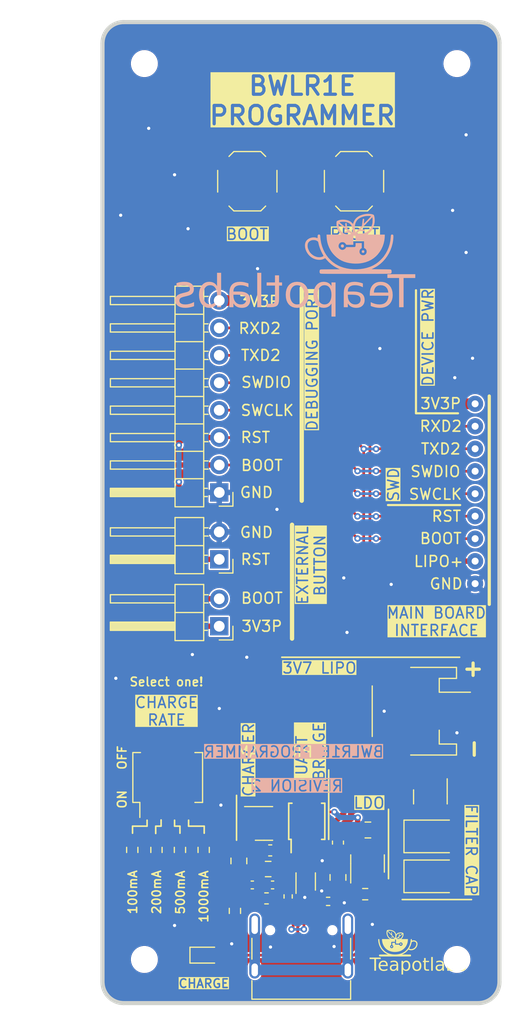
<source format=kicad_pcb>
(kicad_pcb (version 20221018) (generator pcbnew)
  (title_block (title "Teapotlabs BWLR1E Programmer") (date "2023-09-08") (rev "2") (company "Teapot Laboratories"))
  (layers (0 "F.Cu" signal) (31 "B.Cu" signal) (34 "B.Paste" user) (35 "F.Paste" user) (36 "B.SilkS" user "B.Silkscreen") (37 "F.SilkS" user "F.Silkscreen") (38 "B.Mask" user) (39 "F.Mask" user) (44 "Edge.Cuts" user))
  (net 0 "")
  (net 1 "GND")
  (net 2 "/RST")
  (net 3 "/SWDIO")
  (net 4 "/SWCLK")
  (net 5 "/RXD2")
  (net 6 "/TXD2")
  (net 7 "+3V3")
  (net 8 "/BOOT")
  (net 9 "Net-(BT1-+)")
  (net 10 "Net-(C4-Pad1)")
  (net 11 "Net-(C5-Pad1)")
  (net 12 "VBUS")
  (net 13 "+BATT")
  (net 14 "Net-(D1-K)")
  (net 15 "Net-(J1-CC1)")
  (net 16 "/D_IN+")
  (net 17 "/D_IN-")
  (net 19 "Net-(J1-CC2)")
  (net 21 "unconnected-(J1-SHIELD-PadS1)")
  (net 22 "Net-(R1-Pad1)")
  (net 23 "Net-(R2-Pad1)")
  (net 24 "Net-(R4-Pad1)")
  (net 25 "Net-(R3-Pad1)")
  (net 26 "Net-(U1-STAT)")
  (net 27 "Net-(U3-EN)")
  (net 28 "Net-(U1-PROG)")
  (net 29 "/D+")
  (net 30 "/D-")
  (net 35 "/3V3P")
  (footprint "bwlr1e_prog:JST_PH_S2B-PH-SM4-TB_1x02-1MP_P2.00mm_Horizontal" (layer "F.Cu") (at 157.65 117 -90)
    (fp_text reference "BT1")
    (fp_text value "S2B-PH-SM4-TB")
  )
  (footprint "Button_Switch_SMD:SW_SPST_TL3342" (layer "F.Cu") (at 151.45 67.9 180)
    (fp_text reference "SW2")
    (fp_text value "TL3342F160QG")
  )
  (footprint "Package_TO_SOT_SMD:SOT-23" (layer "F.Cu") (at 158.5366 124.9375 -90)
    (fp_text reference "Q1")
    (fp_text value "AO3407A")
  )
  (footprint "Capacitor_SMD:C_0805_2012Metric" (layer "F.Cu") (at 140.7668 130.871 90)
    (fp_text reference "C6")
    (fp_text value "10u")
  )
  (footprint "MountingHole:MountingHole_2.2mm_M2" (layer "F.Cu") (at 161 140)
    (fp_text reference "H4")
    (fp_text value "MountingHole")
  )
  (footprint "Resistor_SMD:R_0402_1005Metric" (layer "F.Cu") (at 149.0472 134.62)
    (fp_text reference "R6")
    (fp_text value "5.1K")
  )
  (footprint "LED_SMD:LED_0603_1608Metric" (layer "F.Cu") (at 137.7125 139.6)
    (fp_text reference "D1")
    (fp_text value "ORANGE")
  )
  (footprint "Resistor_SMD:R_0603_1608Metric" (layer "F.Cu") (at 152.4884 133.9494 180)
    (fp_text reference "R8")
    (fp_text value "10K")
  )
  (footprint "Capacitor_SMD:C_0402_1005Metric" (layer "F.Cu") (at 143.8936 133.096)
    (fp_text reference "C4")
    (fp_text value "10n")
  )
  (footprint "Resistor_SMD:R_0603_1608Metric" (layer "F.Cu") (at 130.875 129.85 -90)
    (fp_text reference "R1")
    (fp_text value "10K")
  )
  (footprint "MountingHole:MountingHole_2.2mm_M2" (layer "F.Cu") (at 132 140)
    (fp_text reference "H1")
    (fp_text value "MountingHole")
  )
  (footprint "Connector_PinHeader_2.54mm:PinHeader_1x08_P2.54mm_Horizontal" (layer "F.Cu") (at 138.9442 96.7318 180)
    (fp_text reference "J2")
    (fp_text value "PinHeader_1x08_P2.54mm_Horizontal")
  )
  (footprint "Inductor_SMD:L_0603_1608Metric" (layer "F.Cu") (at 143.3321 134.3406 180)
    (fp_text reference "FB1")
    (fp_text value "MMZ1608B601CTAH0")
  )
  (footprint "Package_TO_SOT_SMD:SOT-23-5" (layer "F.Cu") (at 143.0981 127.3962)
    (fp_text reference "U1")
    (fp_text value "MCP73831T-2ACI/OT")
  )
  (footprint "Connector_PinHeader_2.54mm:PinHeader_1x02_P2.54mm_Horizontal" (layer "F.Cu") (at 138.9442 102.9294 180)
    (fp_text reference "J3")
    (fp_text value "PinHeader_1x02_P2.54mm_Horizontal")
  )
  (footprint "Capacitor_Tantalum_SMD:CP_EIA-3528-15_AVX-H" (layer "F.Cu") (at 158.5462 128.5974)
    (fp_text reference "C1")
    (fp_text value "330u")
  )
  (footprint "Capacitor_Tantalum_SMD:CP_EIA-3528-15_AVX-H" (layer "F.Cu") (at 158.5462 132.2974)
    (fp_text reference "C2")
    (fp_text value "330u")
  )
  (footprint "MountingHole:MountingHole_2.2mm_M2" (layer "F.Cu") (at 132 57)
    (fp_text reference "H2")
    (fp_text value "MountingHole")
  )
  (footprint "MountingHole:MountingHole_2.2mm_M2" (layer "F.Cu") (at 161 57)
    (fp_text reference "H3")
    (fp_text value "MountingHole")
  )
  (footprint "Button_Switch_SMD:SW_SPST_TL3342" (layer "F.Cu") (at 141.55 67.9 180)
    (fp_text reference "SW3")
    (fp_text value "TL3342F160QG")
  )
  (footprint "Capacitor_SMD:C_0402_1005Metric" (layer "F.Cu") (at 142.014 133.096 180)
    (fp_text reference "C5")
    (fp_text value "100n")
  )
  (footprint "Package_SO:MSOP-10_3x3mm_P0.5mm" (layer "F.Cu") (at 147.066 127.2 90)
    (fp_text reference "U4")
    (fp_text value "CH340E")
  )
  (footprint "Button_Switch_SMD:SW_DIP_SPSTx04_Slide_Omron_A6H-4101_W6.15mm_P1.27mm" (layer "F.Cu") (at 134.1628 123.1408 90)
    (fp_text reference "SW1")
    (fp_text value "A6H-4101")
  )
  (footprint "Fuse:Fuse_0805_2012Metric" (layer "F.Cu") (at 143.4846 131.6228)
    (fp_text reference "F1")
    (fp_text value "0.75A")
  )
  (footprint "bwlr1e_prog:TeapotLogo4mm" (layer "F.Cu") (at 155.5 138.45)
    (fp_text reference "G***")
    (fp_text value "LOGO" hide)
  )
  (footprint "Capacitor_SMD:C_0805_2012Metric" (layer "F.Cu") (at 149.9616 132.4 -90)
    (fp_text reference "C7")
    (fp_text value "10u")
  )
  (footprint "bwlr1e_prog:USB_C_Receptacle_XKB_U262-16XN-4BVC11" (layer "F.Cu") (at 146.556 139.895)
    (fp_text reference "J1")
    (fp_text value "U262-161N-4BVC11")
  )
  (footprint "bwlr1e_prog:EdgeCut_BWLR1E" (layer "F.Cu") (at 149.8 96.032468)
    (fp_text reference "REF**")
    (fp_text value "EdgeCut_BWLR1E")
    (fp_line (start -21.684779 -40.911666) (end -21.684779 -40.911666) (stroke (width 0.380999)) (layer "Edge.Cuts"))
    (fp_line (start -21.684779 -40.911666) (end -21.684779 -40.911666) (stroke (width 0.380999)) (layer "Edge.Cuts"))
    (fp_line (start -21.684779 -40.911666) (end -21.682225 -41.012698) (stroke (width 0.380999)) (layer "Edge.Cuts"))
    (fp_line (start -21.684778 46.046731) (end -21.684779 -40.911666) (stroke (width 0.380999)) (layer "Edge.Cuts"))
    (fp_line (start -21.684778 46.046731) (end -21.684778 46.046731) (stroke (width 0.380999)) (layer "Edge.Cuts"))
    (fp_line (start -21.682225 -41.012698) (end -21.674643 -41.112403) (stroke (width 0.380999)) (layer "Edge.Cuts"))
    (fp_line (start -21.682223 46.147762) (end -21.684778 46.046731) (stroke (width 0.380999)) (layer "Edge.Cuts"))
    (fp_line (start -21.674643 -41.112403) (end -21.662158 -41.210658) (stroke (width 0.380999)) (layer "Edge.Cuts"))
    (fp_line (start -21.674642 46.247467) (end -21.682223 46.147762) (stroke (width 0.380999)) (layer "Edge.Cuts"))
    (fp_line (start -21.662158 -41.210658) (end -21.644892 -41.30734) (stroke (width 0.380999)) (layer "Edge.Cuts"))
    (fp_line (start -21.662156 46.345722) (end -21.674642 46.247467) (stroke (width 0.380999)) (layer "Edge.Cuts"))
    (fp_line (start -21.644892 -41.30734) (end -21.62297 -41.402326) (stroke (width 0.380999)) (layer "Edge.Cuts"))
    (fp_line (start -21.644891 46.442404) (end -21.662156 46.345722) (stroke (width 0.380999)) (layer "Edge.Cuts"))
    (fp_line (start -21.62297 -41.402326) (end -21.596513 -41.495492) (stroke (width 0.380999)) (layer "Edge.Cuts"))
    (fp_line (start -21.622968 46.537389) (end -21.644891 46.442404) (stroke (width 0.380999)) (layer "Edge.Cuts"))
    (fp_line (start -21.596513 -41.495492) (end -21.565647 -41.586715) (stroke (width 0.380999)) (layer "Edge.Cuts"))
    (fp_line (start -21.596512 46.630555) (end -21.622968 46.537389) (stroke (width 0.380999)) (layer "Edge.Cuts"))
    (fp_line (start -21.565647 -41.586715) (end -21.530494 -41.675872) (stroke (width 0.380999)) (layer "Edge.Cuts"))
    (fp_line (start -21.565646 46.721778) (end -21.596512 46.630555) (stroke (width 0.380999)) (layer "Edge.Cuts"))
    (fp_line (start -21.530494 -41.675872) (end -21.491177 -41.762839) (stroke (width 0.380999)) (layer "Edge.Cuts"))
    (fp_line (start -21.530492 46.810934) (end -21.565646 46.721778) (stroke (width 0.380999)) (layer "Edge.Cuts"))
    (fp_line (start -21.491177 -41.762839) (end -21.44782 -41.847493) (stroke (width 0.380999)) (layer "Edge.Cuts"))
    (fp_line (start -21.491175 46.897901) (end -21.530492 46.810934) (stroke (width 0.380999)) (layer "Edge.Cuts"))
    (fp_line (start -21.44782 -41.847493) (end -21.400546 -41.92971) (stroke (width 0.380999)) (layer "Edge.Cuts"))
    (fp_line (start -21.447818 46.982555) (end -21.491175 46.897901) (stroke (width 0.380999)) (layer "Edge.Cuts"))
    (fp_line (start -21.400546 -41.92971) (end -21.349479 -42.009367) (stroke (width 0.380999)) (layer "Edge.Cuts"))
    (fp_line (start -21.400544 47.064772) (end -21.447818 46.982555) (stroke (width 0.380999)) (layer "Edge.Cuts"))
    (fp_line (start -21.349479 -42.009367) (end -21.294741 -42.086341) (stroke (width 0.380999)) (layer "Edge.Cuts"))
    (fp_line (start -21.349477 47.144429) (end -21.400544 47.064772) (stroke (width 0.380999)) (layer "Edge.Cuts"))
    (fp_line (start -21.294741 -42.086341) (end -21.236457 -42.160508) (stroke (width 0.380999)) (layer "Edge.Cuts"))
    (fp_line (start -21.29474 47.221403) (end -21.349477 47.144429) (stroke (width 0.380999)) (layer "Edge.Cuts"))
    (fp_line (start -21.236457 -42.160508) (end -21.17475 -42.231746) (stroke (width 0.380999)) (layer "Edge.Cuts"))
    (fp_line (start -21.236456 47.295571) (end -21.29474 47.221403) (stroke (width 0.380999)) (layer "Edge.Cuts"))
    (fp_line (start -21.17475 -42.231746) (end -21.109742 -42.29993) (stroke (width 0.380999)) (layer "Edge.Cuts"))
    (fp_line (start -21.174748 47.366808) (end -21.236456 47.295571) (stroke (width 0.380999)) (layer "Edge.Cuts"))
    (fp_line (start -21.109742 -42.29993) (end -21.041558 -42.364938) (stroke (width 0.380999)) (layer "Edge.Cuts"))
    (fp_line (start -21.109741 47.434993) (end -21.174748 47.366808) (stroke (width 0.380999)) (layer "Edge.Cuts"))
    (fp_line (start -21.041558 -42.364938) (end -20.97032 -42.426645) (stroke (width 0.380999)) (layer "Edge.Cuts"))
    (fp_line (start -21.041556 47.5) (end -21.109741 47.434993) (stroke (width 0.380999)) (layer "Edge.Cuts"))
    (fp_line (start -20.97032 -42.426645) (end -20.896153 -42.484929) (stroke (width 0.380999)) (layer "Edge.Cuts"))
    (fp_line (start -20.970319 47.561708) (end -21.041556 47.5) (stroke (width 0.380999)) (layer "Edge.Cuts"))
    (fp_line (start -20.896153 -42.484929) (end -20.819179 -42.539667) (stroke (width 0.380999)) (layer "Edge.Cuts"))
    (fp_line (start -20.896152 47.619992) (end -20.970319 47.561708) (stroke (width 0.380999)) (layer "Edge.Cuts"))
    (fp_line (start -20.819179 -42.539667) (end -20.739522 -42.590734) (stroke (width 0.380999)) (layer "Edge.Cuts"))
    (fp_line (start -20.819177 47.67473) (end -20.896152 47.619992) (stroke (width 0.380999)) (layer "Edge.Cuts"))
    (fp_line (start -20.739522 -42.590734) (end -20.657304 -42.638008) (stroke (width 0.380999)) (layer "Edge.Cuts"))
    (fp_line (start -20.73952 47.725797) (end -20.819177 47.67473) (stroke (width 0.380999)) (layer "Edge.Cuts"))
    (fp_line (start -20.657304 -42.638008) (end -20.572651 -42.681365) (stroke (width 0.380999)) (layer "Edge.Cuts"))
    (fp_line (start -20.657303 47.773071) (end -20.73952 47.725797) (stroke (width 0.380999)) (layer "Edge.Cuts"))
    (fp_line (start -20.572651 -42.681365) (end -20.485684 -42.720681) (stroke (width 0.380999)) (layer "Edge.Cuts"))
    (fp_line (start -20.572649 47.816429) (end -20.657303 47.773071) (stroke (width 0.380999)) (layer "Edge.Cuts"))
    (fp_line (start -20.485684 -42.720681) (end -20.396527 -42.755835) (stroke (width 0.380999)) (layer "Edge.Cuts"))
    (fp_line (start -20.485683 47.855746) (end -20.572649 47.816429) (stroke (width 0.380999)) (layer "Edge.Cuts"))
    (fp_line (start -20.396527 -42.755835) (end -20.305304 -42.786701) (stroke (width 0.380999)) (layer "Edge.Cuts"))
    (fp_line (start -20.396526 47.890899) (end -20.485683 47.855746) (stroke (width 0.380999)) (layer "Edge.Cuts"))
    (fp_line (start -20.305304 -42.786701) (end -20.212138 -42.813157) (stroke (width 0.380999)) (layer "Edge.Cuts"))
    (fp_line (start -20.305303 47.921766) (end -20.396526 47.890899) (stroke (width 0.380999)) (layer "Edge.Cuts"))
    (fp_line (start -20.212138 -42.813157) (end -20.117152 -42.83508) (stroke (width 0.380999)) (layer "Edge.Cuts"))
    (fp_line (start -20.212137 47.948222) (end -20.305303 47.921766) (stroke (width 0.380999)) (layer "Edge.Cuts"))
    (fp_line (start -20.117152 -42.83508) (end -20.02047 -42.852346) (stroke (width 0.380999)) (layer "Edge.Cuts"))
    (fp_line (start -20.117151 47.970145) (end -20.212137 47.948222) (stroke (width 0.380999)) (layer "Edge.Cuts"))
    (fp_line (start -20.02047 -42.852346) (end -19.922215 -42.864831) (stroke (width 0.380999)) (layer "Edge.Cuts"))
    (fp_line (start -20.020469 47.98741) (end -20.117151 47.970145) (stroke (width 0.380999)) (layer "Edge.Cuts"))
    (fp_line (start -19.922215 -42.864831) (end -19.82251 -42.872413) (stroke (width 0.380999)) (layer "Edge.Cuts"))
    (fp_line (start -19.922213 47.999896) (end -20.020469 47.98741) (stroke (width 0.380999)) (layer "Edge.Cuts"))
    (fp_line (start -19.82251 -42.872413) (end -19.721479 -42.874967) (stroke (width 0.380999)) (layer "Edge.Cuts"))
    (fp_line (start -19.822509 48.007478) (end -19.922213 47.999896) (stroke (width 0.380999)) (layer "Edge.Cuts"))
    (fp_line (start -19.721479 -42.874967) (end -19.721479 -42.874967) (stroke (width 0.380999)) (layer "Edge.Cuts"))
    (fp_line (start -19.721479 -42.874967) (end 13.179921 -42.874967) (stroke (width 0.380999)) (layer "Edge.Cuts"))
    (fp_line (start -19.721477 48.010032) (end -19.822509 48.007478) (stroke (width 0.380999)) (layer "Edge.Cuts"))
    (fp_line (start -19.721477 48.010032) (end -19.721477 48.010032) (stroke (width 0.380999)) (layer "Edge.Cuts"))
    (fp_line (start 13.179921 -42.874967) (end 13.179921 -42.874967) (stroke (width 0.380999)) (layer "Edge.Cuts"))
    (fp_line (start 13.179921 -42.874967) (end 13.277275 -42.872554) (stroke (width 0.380999)) (layer "Edge.Cuts"))
    (fp_line (start 13.179921 48.010032) (end -19.721477 48.010032) (stroke (width 0.380999)) (layer "Edge.Cuts"))
    (fp_line (start 13.179921 48.010032) (end 13.179921 48.010032) (stroke (width 0.380999)) (layer "Edge.Cuts"))
    (fp_line (start 13.277275 -42.872554) (end 13.373969 -42.86536) (stroke (width 0.380999)) (layer "Edge.Cuts"))
    (fp_line (start 13.280952 48.007478) (end 13.179921 48.010032) (stroke (width 0.380999)) (layer "Edge.Cuts"))
    (fp_line (start 13.373969 -42.86536) (end 13.469841 -42.853451) (stroke (width 0.380999)) (layer "Edge.Cuts"))
    (fp_line (start 13.380657 47.999896) (end 13.280952 48.007478) (stroke (width 0.380999)) (layer "Edge.Cuts"))
    (fp_line (start 13.469841 -42.853451) (end 13.564731 -42.836894) (stroke (width 0.380999)) (layer "Edge.Cuts"))
    (fp_line (start 13.478912 47.98741) (end 13.380657 47.999896) (stroke (width 0.380999)) (layer "Edge.Cuts"))
    (fp_line (start 13.564731 -42.836894) (end 13.658477 -42.815756) (stroke (width 0.380999)) (layer "Edge.Cuts"))
    (fp_line (start 13.575594 47.970145) (end 13.478912 47.98741) (stroke (width 0.380999)) (layer "Edge.Cuts"))
    (fp_line (start 13.658477 -42.815756) (end 13.750918 -42.790103) (stroke (width 0.380999)) (layer "Edge.Cuts"))
    (fp_line (start 13.67058 47.948222) (end 13.575594 47.970145) (stroke (width 0.380999)) (layer "Edge.Cuts"))
    (fp_line (start 13.750918 -42.790103) (end 13.841895 -42.760002) (stroke (width 0.380999)) (layer "Edge.Cuts"))
    (fp_line (start 13.763746 47.921766) (end 13.67058 47.948222) (stroke (width 0.380999)) (layer "Edge.Cuts"))
    (fp_line (start 13.841895 -42.760002) (end 13.931245 -42.72552) (stroke (width 0.380999)) (layer "Edge.Cuts"))
    (fp_line (start 13.85497 47.890899) (end 13.763746 47.921766) (stroke (width 0.380999)) (layer "Edge.Cuts"))
    (fp_line (start 13.931245 -42.72552) (end 14.018807 -42.686723) (stroke (width 0.380999)) (layer "Edge.Cuts"))
    (fp_line (start 13.944126 47.855746) (end 13.85497 47.890899) (stroke (width 0.380999)) (layer "Edge.Cuts"))
    (fp_line (start 14.018807 -42.686723) (end 14.104422 -42.643678) (stroke (width 0.380999)) (layer "Edge.Cuts"))
    (fp_line (start 14.031093 47.816429) (end 13.944126 47.855746) (stroke (width 0.380999)) (layer "Edge.Cuts"))
    (fp_line (start 14.104422 -42.643678) (end 14.187927 -42.596451) (stroke (width 0.380999)) (layer "Edge.Cuts"))
    (fp_line (start 14.115747 47.773071) (end 14.031093 47.816429) (stroke (width 0.380999)) (layer "Edge.Cuts"))
    (fp_line (start 14.187927 -42.596451) (end 14.269163 -42.54511) (stroke (width 0.380999)) (layer "Edge.Cuts"))
    (fp_line (start 14.197964 47.725797) (end 14.115747 47.773071) (stroke (width 0.380999)) (layer "Edge.Cuts"))
    (fp_line (start 14.269163 -42.54511) (end 14.347967 -42.48972) (stroke (width 0.380999)) (layer "Edge.Cuts"))
    (fp_line (start 14.277621 47.67473) (end 14.197964 47.725797) (stroke (width 0.380999)) (layer "Edge.Cuts"))
    (fp_line (start 14.347967 -42.48972) (end 14.42418 -42.430349) (stroke (width 0.380999)) (layer "Edge.Cuts"))
    (fp_line (start 14.354595 47.619992) (end 14.277621 47.67473) (stroke (width 0.380999)) (layer "Edge.Cuts"))
    (fp_line (start 14.42418 -42.430349) (end 14.49764 -42.367064) (stroke (width 0.380999)) (layer "Edge.Cuts"))
    (fp_line (start 14.428762 47.561708) (end 14.354595 47.619992) (stroke (width 0.380999)) (layer "Edge.Cuts"))
    (fp_line (start 14.49764 -42.367064) (end 14.568186 -42.29993) (stroke (width 0.380999)) (layer "Edge.Cuts"))
    (fp_line (start 14.5 47.5) (end 14.428762 47.561708) (stroke (width 0.380999)) (layer "Edge.Cuts"))
    (fp_line (start 14.568184 47.434993) (end 14.5 47.5) (stroke (width 0.380999)) (layer "Edge.Cuts"))
    (fp_line (start 14.568186 -42.29993) (end 14.568186 -42.29993) (stroke (width 0.380999)) (layer "Edge.Cuts"))
    (fp_line (start 14.568186 -42.29993) (end 14.635319 -42.229384) (stroke (width 0.380999)) (layer "Edge.Cuts"))
    (fp_line (start 14.633192 47.366808) (end 14.568184 47.434993) (stroke (width 0.380999)) (layer "Edge.Cuts"))
    (fp_line (start 14.635319 -42.229384) (end 14.698604 -42.155924) (stroke (width 0.380999)) (layer "Edge.Cuts"))
    (fp_line (start 14.694899 47.295571) (end 14.633192 47.366808) (stroke (width 0.380999)) (layer "Edge.Cuts"))
    (fp_line (start 14.698604 -42.155924) (end 14.757974 -42.079711) (stroke (width 0.380999)) (layer "Edge.Cuts"))
    (fp_line (start 14.753183 47.221403) (end 14.694899 47.295571) (stroke (width 0.380999)) (layer "Edge.Cuts"))
    (fp_line (start 14.757974 -42.079711) (end 14.813363 -42.000907) (stroke (width 0.380999)) (layer "Edge.Cuts"))
    (fp_line (start 14.807921 47.144429) (end 14.753183 47.221403) (stroke (width 0.380999)) (layer "Edge.Cuts"))
    (fp_line (start 14.813363 -42.000907) (end 14.864705 -41.919671) (stroke (width 0.380999)) (layer "Edge.Cuts"))
    (fp_line (start 14.858988 47.064772) (end 14.807921 47.144429) (stroke (width 0.380999)) (layer "Edge.Cuts"))
    (fp_line (start 14.864705 -41.919671) (end 14.911931 -41.836166) (stroke (width 0.380999)) (layer "Edge.Cuts"))
    (fp_line (start 14.906262 46.982555) (end 14.858988 47.064772) (stroke (width 0.380999)) (layer "Edge.Cuts"))
    (fp_line (start 14.911931 -41.836166) (end 14.954976 -41.750552) (stroke (width 0.380999)) (layer "Edge.Cuts"))
    (fp_line (start 14.949619 46.897901) (end 14.906262 46.982555) (stroke (width 0.380999)) (layer "Edge.Cuts"))
    (fp_line (start 14.954976 -41.750552) (end 14.993773 -41.662989) (stroke (width 0.380999)) (layer "Edge.Cuts"))
    (fp_line (start 14.988936 46.810934) (end 14.949619 46.897901) (stroke (width 0.380999)) (layer "Edge.Cuts"))
    (fp_line (start 14.993773 -41.662989) (end 15.028256 -41.573639) (stroke (width 0.380999)) (layer "Edge.Cuts"))
    (fp_line (start 15.024089 46.721778) (end 14.988936 46.810934) (stroke (width 0.380999)) (layer "Edge.Cuts"))
    (fp_line (start 15.028256 -41.573639) (end 15.058357 -41.482663) (stroke (width 0.380999)) (layer "Edge.Cuts"))
    (fp_line (start 15.054955 46.630555) (end 15.024089 46.721778) (stroke (width 0.380999)) (layer "Edge.Cuts"))
    (fp_line (start 15.058357 -41.482663) (end 15.08401 -41.390222) (stroke (width 0.380999)) (layer "Edge.Cuts"))
    (fp_line (start 15.081412 46.537389) (end 15.054955 46.630555) (stroke (width 0.380999)) (layer "Edge.Cuts"))
    (fp_line (start 15.08401 -41.390222) (end 15.105148 -41.296476) (stroke (width 0.380999)) (layer "Edge.Cuts"))
    (fp_line (start 15.103334 46.442404) (end 15.081412 46.537389) (stroke (width 0.380999)) (layer "Edge.Cuts"))
    (fp_line (start 15.105148 -41.296476) (end 15.121705 -41.201587) (stroke (width 0.380999)) (layer "Edge.Cuts"))
    (fp_line (start 15.1206 46.345722) (end 15.103334 46.442404) (stroke (width 0.380999)) (layer "Edge.Cuts"))
    (fp_line (start 15.121705 -41.201587) (end 15.133614 -41.105715) (stroke (width 0.380999)) (layer "Edge.Cuts"))
    (fp_line (start 15.133085 46.247467) (end 15.1206 46.345722) (stroke (width 0.380999)) (layer "Edge.Cuts"))
    (fp_line (start 15.133614 -41.105715) (end 15.140809 -41.009021) (stroke (width 0.380999)) (layer "Edge.Cuts"))
    (fp_line (start 15.140667 46.147762) (end 15.133085 46.247467) (stroke (width 0.380999)) (layer "Edge.Cuts"))
    (fp_line (start 15.140809 -41.009021) (end 15.143222 -40.911666) (stroke (width 0.380999)) (layer "Edge.Cuts"))
    (fp_line (start 15.143222 -40.911666) (end 15.143222 -40.911666) (stroke (width 0.380999)) (layer "Edge.Cuts"))
    (fp_line (start 15.143222 -40.911666) (end 15.143222 46.046731) (stroke (width 0.380999)) (layer "Edge.Cuts"))
    (fp_line (start 15.143222 46.046731) (end 15.140667 46.147762) (stroke (width 0.380999)) (layer "Edge.Cuts"))
    (fp_line (start 15.143222 46.046731) (end 15.143222 46.046731) (stroke (width 0.380999)) (layer "Edge.Cuts"))
  )
  (footprint "Resistor_SMD:R_0402_1005Metric" (layer "F.Cu") (at 145.3388 134.1608 90)
    (fp_text reference "R5")
    (fp_text value "5.1K")
  )
  (footprint "Capacitor_SMD:C_0603_1608Metric" (layer "F.Cu") (at 149.9616 129.1714 -90)
    (fp_text reference "C9")
    (fp_text value "100n")
  )
  (footprint "Resistor_SMD:R_0603_1608Metric" (layer "F.Cu") (at 133.1194 129.85 -90)
    (fp_text reference "R2")
    (fp_text value "5.1K")
  )
  (footprint "Capacitor_SMD:C_0805_2012Metric" (layer "F.Cu") (at 152.7404 128.0058 180)
    (fp_text reference "C8")
    (fp_text value "10u")
  )
  (footprint "Connector_PinHeader_2.54mm:PinHeader_1x02_P2.54mm_Horizontal" (layer "F.Cu") (at 138.9442 109.127 180)
    (fp_text reference "J4")
    (fp_text value "PinHeader_1x02_P2.54mm_Horizontal")
  )
  (footprint "Resistor_SMD:R_0603_1608Metric" (layer "F.Cu") (at 135.3 129.85 -90)
    (fp_text reference "R3")
    (fp_text value "2K")
  )
  (footprint "Package_TO_SOT_SMD:SOT-23-5" (layer "F.Cu") (at 152.7048 131.1101 90)
    (fp_text reference "U3")
    (fp_text value "XC6220B331MR-G")
  )
  (footprint "Resistor_SMD:R_0603_1608Metric" (layer "F.Cu") (at 140.4 135.5 -90)
    (fp_text reference "R7")
    (fp_text value "1K")
  )
  (footprint "Resistor_SMD:R_0603_1608Metric" (layer "F.Cu") (at 137.5 129.85 -90)
    (fp_text reference "R4")
    (fp_text value "1K")
  )
  (footprint "Package_TO_SOT_SMD:SOT-666" (layer "F.Cu") (at 146.9685 132.7776 90)
    (fp_text reference "U2")
    (fp_text value "USBLC6-2P6")
  )
  (footprint "Capacitor_SMD:C_0603_1608Metric" (layer "F.Cu") (at 143.6748 129.8956 180)
    (fp_text reference "C3")
    (fp_text value "10u")
  )
  (footprint "bwlr1e_prog:90055-AS" (layer "B.Cu") (at 162.687 105.1814 -90)
    (fp_text reference "TP9")
    (fp_text value "90055-AS")
  )
  (footprint "bwlr1e_prog:90055-AS" (layer "B.Cu") (at 162.687 90.6018 -90)
    (fp_text reference "TP4")
    (fp_text value "90055-AS")
  )
  (footprint "bwlr1e_prog:90055-AS" (layer "B.Cu") (at 162.687 88.519 180)
    (fp_text reference "TP1")
    (fp_text value "90055-AS")
  )
  (footprint "bwlr1e_prog:TeapotLogo" (layer "B.Cu") (at 151.472433 73.631975 180)
    (fp_text reference "G***")
    (fp_text value "LOGO" hide)
  )
  (footprint "bwlr1e_prog:90055-AS" (layer "B.Cu") (at 162.687 98.933 -90)
    (fp_text reference "TP6")
    (fp_text value "90055-AS")
  )
  (footprint "bwlr1e_prog:90055-AS" (layer "B.Cu") (at 162.687 92.6846 -90)
    (fp_text reference "TP3")
    (fp_text value "90055-AS")
  )
  (footprint "bwlr1e_prog:90055-AS" (layer "B.Cu") (at 162.687 103.0986 -90)
    (fp_text reference "TP2")
    (fp_text value "90055-AS")
  )
  (footprint "bwlr1e_prog:90055-AS" (layer "B.Cu") (at 162.687 96.8502 -90)
    (fp_text reference "TP7")
    (fp_text value "90055-AS")
  )
  (footprint "bwlr1e_prog:90055-AS" (layer "B.Cu") (at 162.687 101.0158 90)
    (fp_text reference "TP5")
    (fp_text value "90055-AS")
  )
  (footprint "bwlr1e_prog:90055-AS" (layer "B.Cu") (at 162.687 94.7674 -90)
    (fp_text reference "TP8")
    (fp_text value "90055-AS")
  )
  (gr_line (start 135.3 127.65) (end 135.3 128.3) (stroke (width 0.15)) (layer "F.SilkS"))
  (gr_line (start 130.9 127.65) (end 130.9 128.3) (stroke (width 0.15)) (layer "F.SilkS"))
  (gr_line (start 132.25 127.65) (end 130.9 127.65) (stroke (width 0.15)) (layer "F.SilkS"))
  (gr_line (start 132.25 127.1) (end 132.25 127.65) (stroke (width 0.15)) (layer "F.SilkS"))
  (gr_line (start 154.65 126.0875) (end 154.65 132.5125) (stroke (width 0.15)) (layer "F.SilkS"))
  (gr_line (start 149.1 122.4484) (end 149.1 128.8734) (stroke (width 0.15)) (layer "F.SilkS"))
  (gr_line (start 133.55 127.075) (end 133.55 127.625) (stroke (width 0.15)) (layer "F.SilkS"))
  (gr_line (start 133.55 127.65) (end 133.05 127.65) (stroke (width 0.15)) (layer "F.SilkS"))
  (gr_line (start 164 107.1) (end 164 87.8) (stroke (width 0.3)) (layer "F.SilkS"))
  (gr_line (start 136.1 127.65) (end 137.55 127.65) (stroke (width 0.15)) (layer "F.SilkS"))
  (gr_line (start 155.925 134.45) (end 162.35 134.45) (stroke (width 0.15)) (layer "F.SilkS"))
  (gr_line (start 136.1 127.1) (end 136.1 127.65) (stroke (width 0.15)) (layer "F.SilkS"))
  (gr_line (start 154.6 97.9) (end 161.3 97.9) (stroke (width 0.2)) (layer "F.SilkS"))
  (gr_line (start 133.05 127.675) (end 133.05 128.325) (stroke (width 0.15)) (layer "F.SilkS"))
  (gr_line (start 157.2 89.4) (end 161.1 89.4) (stroke (width 0.2)) (layer "F.SilkS"))
  (gr_line (start 134.8 127.65) (end 135.3 127.65) (stroke (width 0.15)) (layer "F.SilkS"))
  (gr_line (start 137.55 127.65) (end 137.55 128.3) (stroke (width 0.15)) (layer "F.SilkS"))
  (gr_line (start 134.8 127.1) (end 134.8 127.65) (stroke (width 0.15)) (layer "F.SilkS"))
  (gr_line (start 145.7 110.275) (end 145.7 99.725) (stroke (width 0.4)) (layer "F.SilkS"))
  (gr_line (start 140.55 124.8) (end 140.55 128.95) (stroke (width 0.15)) (layer "F.SilkS"))
  (gr_line (start 144.75 112) (end 161.25 112) (stroke (width 0.15)) (layer "F.SilkS"))
  (gr_line (start 157.2 89.4) (end 157.2 78) (stroke (width 0.2)) (layer "F.SilkS"))
  (gr_line (start 146.6 97.5) (end 146.6 77.8) (stroke (width 0.4)) (layer "F.SilkS"))
  (gr_text "Teapotlabs" (at 157.122433 80.081975) (layer "B.SilkS") (effects (font (size 3 3)) (justify left bottom mirror)))
  (gr_text "REVISION 2" (at 150.5 124.5) (layer "B.SilkS" knockout) (effects (font (size 1 1)) (justify left bottom mirror)))
  (gr_text "BWLR1E PROGRAMMER" (at 154.3 121.35) (layer "B.SilkS" knockout) (effects (font (size 1 1)) (justify left bottom mirror)))
  (gr_text "3V3P" (at 142.7 79.03) (layer "F.SilkS") (effects (font (size 1 1))))
  (gr_text "UART \nBRIDGE" (at 148.8 120.7234 90) (layer "F.SilkS" knockout) (effects (font (size 1 1)) (justify bottom)))
  (gr_text "100mA" (at 131.383 135.8814 90) (layer "F.SilkS") (effects (font (size 0.8 0.8)) (justify left bottom)))
  (gr_text "Teapotlabs" (at 152.9 141.25) (layer "F.SilkS") (effects (font (size 1.2 1.2)) (justify left bottom)))
  (gr_text "RXD2" (at 159.5 90.6) (layer "F.SilkS") (effects (font (size 1 1))))
  (gr_text "SWCLK" (at 159 96.9) (layer "F.SilkS") (effects (font (size 1 1))))
  (gr_text "EXTERNAL\nBUTTON" (at 148.875 103.5 90) (layer "F.SilkS" knockout) (effects (font (size 1 1)) (justify bottom)))
  (gr_text "OFF" (at 130.4 122.5 90) (layer "F.SilkS") (effects (font (size 0.8 0.8)) (justify left bottom)))
  (gr_text "TXD2" (at 142.8 84.03) (layer "F.SilkS") (effects (font (size 1 1))))
  (gr_text "RESET" (at 149.15 73.4) (layer "F.SilkS" knockout) (effects (font (size 1 1)) (justify left bottom)))
  (gr_text "SWCLK" (at 143.4 89.13) (layer "F.SilkS") (effects (font (size 1 1))))
  (gr_text "RST" (at 160.02 98.933) (layer "F.SilkS") (effects (font (size 1 1))))
  (gr_text "1000mA" (at 137.9826 136.6688 90) (layer "F.SilkS") (effects (font (size 0.8 0.8)) (justify left bottom)))
  (gr_text "RST" (at 142.3 91.63) (layer "F.SilkS") (effects (font (size 1 1))))
  (gr_text "200mA" (at 133.602 135.8814 90) (layer "F.SilkS") (effects (font (size 0.8 0.8)) (justify left bottom)))
  (gr_text "GND" (at 142.4 96.73) (layer "F.SilkS") (effects (font (size 1 1))))
  (gr_text "GND" (at 160 105.2) (layer "F.SilkS") (effects (font (size 1 1))))
  (gr_text "CHARGE" (at 137.5125 142.7) (layer "F.SilkS" knockout) (effects (font (size 0.8 0.8)) (justify bottom)))
  (gr_text "Select one!" (at 134.05 114.75) (layer "F.SilkS") (effects (font (size 0.8 0.8)) (justify bottom)))
  (gr_text "500mA" (at 135.808 135.9068 90) (layer "F.SilkS") (effects (font (size 0.8 0.8)) (justify left bottom)))
  (gr_text "BWLR1E\nPROGRAMMER" (at 146.65 62.8) (layer "F.SilkS" knockout) (effects (font (size 1.7 1.7) (thickness 0.3) bold) (justify bottom)))
  (gr_text "CHARGE\nRATE" (at 134.05 118.4) (layer "F.SilkS" knockout) (effects (font (size 1 1)) (justify bottom)))
  (gr_text "TXD2" (at 159.5 92.7) (layer "F.SilkS") (effects (font (size 1 1))))
  (gr_text "RST" (at 142.3 102.93) (layer "F.SilkS") (effects (font (size 1 1))))
  (gr_text "LIPO+" (at 159.3 103.124) (layer "F.SilkS") (effects (font (size 1 1))))
  (gr_text "SWDIO" (at 159 94.8) (layer "F.SilkS") (effects (font (size 1 1))))
  (gr_text "GND" (at 142.4 100.43) (layer "F.SilkS") (effects (font (size 1 1))))
  (gr_text "3V3P" (at 142.9 109.13) (layer "F.SilkS") (effects (font (size 1 1))))
  (gr_text "3V3P" (at 159.5 88.5) (layer "F.SilkS") (effects (font (size 1 1))))
  (gr_text "FILTER CAP" (at 161.75 129.85 -90) (layer "F.SilkS" knockout) (effects (font (size 1 1)) (justify bottom)))
  (gr_text "BOOT" (at 139.5 73.4) (layer "F.SilkS" knockout) (effects (font (size 1 1)) (justify left bottom)))
  (gr_text "DEVICE PWR" (at 158.9 87 90) (layer "F.SilkS" knockout) (effects (font (size 1 1)) (justify left bottom)))
  (gr_text "-" (at 162.5 120.5 90) (layer "F.SilkS") (effects (font (size 1.5 1.5) (thickness 0.3))))
  (gr_text "MAIN BOARD\nINTERFACE" (at 159.1 110.1) (layer "F.SilkS" knockout) (effects (font (size 1 1)) (justify bottom)))
  (gr_text "LDO" (at 152.85 126.1) (layer "F.SilkS" knockout) (effects (font (size 1 1)) (justify bottom)))
  (gr_text "BOOT" (at 142.9 106.53) (layer "F.SilkS") (effects (font (size 1 1))))
  (gr_text "BOOT" (at 159.5 101) (layer "F.SilkS") (effects (font (size 1 1))))
  (gr_text "RXD2" (at 142.7 81.53) (layer "F.SilkS") (effects (font (size 1 1))))
  (gr_text "CHARGER" (at 142.25 121.5 90) (layer "F.SilkS" knockout) (effects (font (size 1 1)) (justify bottom)))
  (gr_text "SWD" (at 155.7 96 90) (layer "F.SilkS" knockout) (effects (font (size 1 1)) (justify bottom)))
  (gr_text "+" (at 162.5 113) (layer "F.SilkS") (effects (font (size 1.5 1.5) (thickness 0.3))))
  (gr_text "ON" (at 130.4 126.1 90) (layer "F.SilkS") (effects (font (size 0.8 0.8)) (justify left bottom)))
  (gr_text "SWDIO" (at 143.3 86.53) (layer "F.SilkS") (effects (font (size 1 1))))
  (gr_text "BOOT" (at 142.9 94.23) (layer "F.SilkS") (effects (font (size 1 1))))
  (gr_text "3V7 LIPO" (at 148.25 113) (layer "F.SilkS" knockout) (effects (font (size 1 1))))
  (gr_text "DEBUGGING PORT" (at 148.15 84.5 90) (layer "F.SilkS" knockout) (effects (font (size 1 1)) (justify bottom)))
  (segment (start 146.9685 133.7026) (end 146.9685 134.162) (width 0.25) (layer "F.Cu") (net 1))
  (segment (start 146.9685 134.162) (end 146.8805 134.25) (width 0.25) (layer "F.Cu") (net 1))
  (via (at 148.5 130.85) (size 0.6) (drill 0.3) (layers "F.Cu" "B.Cu") (net 1))
  (via (at 143.7 138.85) (size 0.6) (drill 0.3) (layers "F.Cu" "B.Cu") (net 1))
  (via (at 160.6 70.6) (size 0.6) (drill 0.3) (layers "F.Cu" "B.Cu") (net 1))
  (via (at 140.1 138.55) (size 0.6) (drill 0.3) (layers "F.Cu" "B.Cu") (net 1))
  (via (at 150.55 134.75) (size 0.6) (drill 0.3) (layers "F.Cu" "B.Cu") (net 1))
  (via (at 149.6 138.8) (size 0.6) (drill 0.3) (layers "F.Cu" "B.Cu") (net 1))
  (via (at 162.45 84.3) (size 0.6) (drill 0.3) (layers "F.Cu" "B.Cu") (net 1))
  (via (at 161.85 63.6) (size 0.6) (drill 0.3) (layers "F.Cu" "B.Cu") (net 1))
  (via (at 134.8 136.85) (size 0.6) (drill 0.3) (layers "F.Cu" "B.Cu") (net 1))
  (via (at 129.35 113.95) (size 0.6) (drill 0.3) (layers "F.Cu" "B.Cu") (net 1))
  (via (at 161 119) (size 0.6) (drill 0.3) (layers "F.Cu" "B.Cu") (net 1))
  (via (at 134.8 67.3) (size 0.6) (drill 0.3) (layers "F.Cu" "B.Cu") (net 1))
  (via (at 154.25 117) (size 0.6) (drill 0.3) (layers "F.Cu" "B.Cu") (net 1))
  (via (at 153.85 83.4) (size 0.6) (drill 0.3) (layers "F.Cu" "B.Cu") (net 1))
  (via (at 144.3 98.3) (size 0.6) (drill 0.3) (layers "F.Cu" "B.Cu") (net 1))
  (via (at 150.5 104.65) (size 0.6) (drill 0.3) (layers "F.Cu" "B.Cu") (net 1))
  (via (at 160.8 86.1) (size 0.6) (drill 0.3) (layers "F.Cu" "B.Cu") (net 1))
  (via (at 161.85 74.5) (size 0.6) (drill 0.3) (layers "F.Cu" "B.Cu") (net 1))
  (via (at 154.9 105.25) (size 0.6) (drill 0.3) (layers "F.Cu" "B.Cu") (net 1))
  (via (at 138.95 116.75) (size 0.6) (drill 0.3) (layers "F.Cu" "B.Cu") (net 1))
  (via (at 148.45 133.65) (size 0.6) (drill 0.3) (layers "F.Cu" "B.Cu") (net 1))
  (via (at 142.5 76) (size 0.6) (drill 0.3) (layers "F.Cu" "B.Cu") (net 1))
  (via (at 136.45 111.75) (size 0.6) (drill 0.3) (layers "F.Cu" "B.Cu") (net 1))
  (via (at 129.8 71.05) (size 0.6) (drill 0.3) (layers "F.Cu" "B.Cu") (net 1))
  (via (at 139.1 125.7) (size 0.6) (drill 0.3) (layers "F.Cu" "B.Cu") (net 1))
  (via (at 146.8805 134.25) (size 0.6) (drill 0.3) (layers "F.Cu" "B.Cu") (net 1))
  (via (at 153.15 136.75) (size 0.6) (drill 0.3) (layers "F.Cu" "B.Cu") (net 1))
  (via (at 132.4 63) (size 0.6) (drill 0.3) (layers "F.Cu" "B.Cu") (net 1))
  (via (at 136.05 72.3) (size 0.6) (drill 0.3) (layers "F.Cu" "B.Cu") (net 1))
  (via (at 150.8 109.7) (size 0.6) (drill 0.3) (layers "F.Cu" "B.Cu") (net 1))
  (via (at 141.5 112) (size 0.6) (drill 0.3) (layers "F.Cu" "B.Cu") (net 1))
  (segment (start 135.2 90.25) (end 135.2 91.15) (width 0.5) (layer "F.Cu") (net 2))
  (segment (start 136 91.65) (end 135.2 91.65) (width 0.5) (layer "F.Cu") (net 2))
  (segment (start 146.55 67.75) (end 146.55 71.65) (width 0.5) (layer "F.Cu") (net 2))
  (segment (start 136.6 91.65) (end 136 91.65) (width 0.5) (layer "F.Cu") (net 2))
  (segment (start 135.7 91.65) (end 136 91.65) (width 0.5) (layer "F.Cu") (net 2))
  (segment (start 135.2 92.15) (end 135.7 91.65) (width 0.5) (layer "F.Cu") (net 2))
  (segment (start 135.2 91.65) (end 135.2 92.35) (width 0.5) (layer "F.Cu") (net 2))
  (segment (start 162.687 98.933) (end 153.5165 98.933) (width 0.25) (layer "F.Cu") (net 2))
  (segment (start 146.55 71.65) (end 144.7 73.5) (width 0.5) (layer "F.Cu") (net 2))
  (segment (start 135.2 91.15) (end 135.7 91.65) (width 0.5) (layer "F.Cu") (net 2))
  (segment (start 135.2 101.6) (end 136.55 102.95) (width 0.5) (layer "F.Cu") (net 2))
  (segment (start 136.5706 102.9294) (end 138.9442 102.9294) (width 0.5) (layer "F.Cu") (net 2))
  (segment (start 148.3 66) (end 154.6 66) (width 0.5) (layer "F.Cu") (net 2))
  (segment (start 148.3 66) (end 146.55 67.75) (width 0.5) (layer "F.Cu") (net 2))
  (segment (start 138.9442 91.6518) (end 144.4778 91.6518) (width 0.25) (layer "F.Cu") (net 2))
  (segment (start 135.2 75.1) (end 135.2 90.25) (width 0.5) (layer "F.Cu") (net 2))
  (segment (start 144.7 73.5) (end 136.8 73.5) (width 0.5) (layer "F.Cu") (net 2))
  (segment (start 136.55 102.95) (end 136.5706 102.9294) (width 0.5) (layer "F.Cu") (net 2))
  (segment (start 144.4778 91.6518) (end 151.776 98.95) (width 0.25) (layer "F.Cu") (net 2))
  (segment (start 135.2 91.15) (end 135.2 91.65) (width 0.5) (layer "F.Cu") (net 2))
  (segment (start 136.6018 91.6518) (end 138.9442 91.6518) (width 0.5) (layer "F.Cu") (net 2))
  (segment (start 136.8 73.5) (end 135.2 75.1) (width 0.5) (layer "F.Cu") (net 2))
  (segment (start 135.2 95.75) (end 135.2 101.6) (width 0.5) (layer "F.Cu") (net 2))
  (segment (start 136.6018 91.6518) (end 136.6 91.65) (width 0.5) (layer "F.Cu") (net 2))
  (segment (start 153.5165 98.933) (end 153.4995 98.95) (width 0.25) (layer "F.Cu") (net 2))
  (segment (start 135.2 92.35) (end 135.2 92.15) (width 0.5) (layer "F.Cu") (net 2))
  (via (at 151.776 98.95) (size 0.6) (drill 0.3) (layers "F.Cu" "B.Cu") (net 2))
  (via (at 135.2 95.75) (size 0.6) (drill 0.3) (layers "F.Cu" "B.Cu") (net 2))
  (via (at 153.4995 98.95) (size 0.6) (drill 0.3) (layers "F.Cu" "B.Cu") (net 2))
  (via (at 135.2 92.35) (size 0.6) (drill 0.3) (layers "F.Cu" "B.Cu") (net 2))
  (segment (start 151.776 98.95) (end 153.4995 98.95) (width 0.25) (layer "B.Cu") (net 2))
  (segment (start 135.2 95.75) (end 135.2 92.35) (width 0.5) (layer "B.Cu") (net 2))
  (segment (start 162.687 94.7674) (end 153.5174 94.7674) (width 0.25) (layer "F.Cu") (net 3))
  (segment (start 143.5978 86.5718) (end 151.776 94.75) (width 0.25) (layer "F.Cu") (net 3))
  (segment (start 138.9442 86.5718) (end 143.5978 86.5718) (width 0.25) (layer "F.Cu") (net 3))
  (segment (start 153.5174 94.7674) (end 153.5 94.75) (width 0.25) (layer "F.Cu") (net 3))
  (via (at 153.5 94.75) (size 0.6) (drill 0.3) (layers "F.Cu" "B.Cu") (net 3))
  (via (at 151.776 94.75) (size 0.6) (drill 0.3) (layers "F.Cu" "B.Cu") (net 3))
  (segment (start 151.776 94.75) (end 153.5 94.75) (width 0.25) (layer "B.Cu") (net 3))
  (segment (start 144.0378 89.1118) (end 151.776 96.85) (width 0.25) (layer "F.Cu") (net 4))
  (segment (start 162.687 96.8502) (end 153.5002 96.8502) (width 0.25) (layer "F.Cu") (net 4))
  (segment (start 138.9442 89.1118) (end 144.0378 89.1118) (width 0.25) (layer "F.Cu") (net 4))
  (segment (start 153.5002 96.8502) (end 153.5 96.85) (width 0.25) (layer "F.Cu") (net 4))
  (via (at 153.5 96.85) (size 0.6) (drill 0.3) (layers "F.Cu" "B.Cu") (net 4))
  (via (at 151.776 96.85) (size 0.6) (drill 0.3) (layers "F.Cu" "B.Cu") (net 4))
  (segment (start 151.776 96.85) (end 153.5 96.85) (width 0.25) (layer "B.Cu") (net 4))
  (segment (start 152.925 91.2) (end 152.925 90.625) (width 0.25) (layer "F.Cu") (net 5))
  (segment (start 152.925 90.625) (end 153.125 90.825) (width 0.25) (layer "F.Cu") (net 5))
  (segment (start 143.7918 81.4918) (end 152.925 90.625) (width 0.25) (layer "F.Cu") (net 5))
  (segment (start 138.9442 81.4918) (end 143.7918 81.4918) (width 0.25) (layer "F.Cu") (net 5))
  (segment (start 153.45 90.6018) (end 153.8 90.6018) (width 0.25) (layer "F.Cu") (net 5))
  (segment (start 153.3482 90.6018) (end 153.125 90.825) (width 0.25) (layer "F.Cu") (net 5))
  (segment (start 153.8 90.6018) (end 153.6518 90.6018) (width 0.25) (layer "F.Cu") (net 5))
  (segment (start 152.925 90.625) (end 152.9482 90.6018) (width 0.25) (layer "F.Cu") (net 5))
  (segment (start 153.6518 90.6018) (end 153.65 90.6) (width 0.25) (layer "F.Cu") (net 5))
  (segment (start 147.066 116.934) (end 147.066 125) (width 0.25) (layer "F.Cu") (net 5))
  (segment (start 153.45 90.6018) (end 153.3482 90.6018) (width 0.25) (layer "F.Cu") (net 5))
  (segment (start 153.65 90.6) (end 153.275 90.975) (width 0.25) (layer "F.Cu") (net 5))
  (segment (start 153.125 90.825) (end 153.275 90.975) (width 0.25) (layer "F.Cu") (net 5))
  (segment (start 152.925 111.075) (end 147.066 116.934) (width 0.25) (layer "F.Cu") (net 5))
  (segment (start 152.9482 90.6018) (end 153.45 90.6018) (width 0.25) (layer "F.Cu") (net 5))
  (segment (start 162.687 90.6018) (end 153.8 90.6018) (width 0.25) (layer "F.Cu") (net 5))
  (segment (start 152.925 91.2) (end 152.925 91.025) (width 0.25) (layer "F.Cu") (net 5))
  (segment (start 153.275 90.975) (end 152.925 91.325) (width 0.25) (layer "F.Cu") (net 5))
  (segment (start 152.925 91.325) (end 152.925 91.2) (width 0.25) (layer "F.Cu") (net 5))
  (segment (start 152.925 91.025) (end 153.125 90.825) (width 0.25) (layer "F.Cu") (net 5))
  (segment (start 152.925 91.325) (end 152.925 111.075) (width 0.25) (layer "F.Cu") (net 5))
  (segment (start 162.687 92.6846) (end 153.5154 92.6846) (width 0.25) (layer "F.Cu") (net 6))
  (segment (start 138.9442 84.0318) (end 143.6823 84.0318) (width 0.25) (layer "F.Cu") (net 6))
  (segment (start 152.3505 111.083814) (end 146.566 116.868314) (width 0.25) (layer "F.Cu") (net 6))
  (segment (start 152.3505 92.7) (end 152.3505 111.083814) (width 0.25) (layer "F.Cu") (net 6))
  (segment (start 146.566 116.868314) (end 146.566 125) (width 0.25) (layer "F.Cu") (net 6))
  (segment (start 153.5154 92.6846) (end 153.5 92.7) (width 0.25) (layer "F.Cu") (net 6))
  (segment (start 143.6823 84.0318) (end 152.3505 92.7) (width 0.25) (layer "F.Cu") (net 6))
  (via (at 153.5 92.7) (size 0.6) (drill 0.3) (layers "F.Cu" "B.Cu") (net 6))
  (via (at 152.3505 92.7) (size 0.6) (drill 0.3) (layers "F.Cu" "B.Cu") (net 6))
  (segment (start 153.5 92.7) (end 152.3505 92.7) (width 0.25) (layer "B.Cu") (net 6))
  (segment (start 147.5 126.330378) (end 147.880378 126.330378) (width 0.25) (layer "F.Cu") (net 7))
  (segment (start 146.066 125.95) (end 146.446378 126.330378) (width 0.25) (layer "F.Cu") (net 7))
  (segment (start 150.3536 128.3964) (end 150.7442 128.0058) (width 0.5) (layer "F.Cu") (net 7))
  (segment (start 147.5 126.082) (end 147.566 126.016) (width 0.25) (layer "F.Cu") (net 7))
  (segment (start 146.446378 126.330378) (end 147.15 126.330378) (width 0.25) (layer "F.Cu") (net 7))
  (segment (start 150.7442 128.0058) (end 151.7904 128.0058) (width 0.5) (layer "F.Cu") (net 7))
  (segment (start 147.15 126.330378) (end 147.5 126.330378) (width 0.25) (layer "F.Cu") (net 7))
  (segment (start 149.9616 128.3964) (end 150.3536 128.3964) (width 0.5) (layer "F.Cu") (net 7))
  (segment (start 147.566 126.016) (end 147.251622 126.330378) (width 0.25) (layer "F.Cu") (net 7))
  (segment (start 147.566 126.016) (end 147.880378 126.330378) (width 0.25) (layer "F.Cu") (net 7))
  (segment (start 151.7548 129.9726) (end 151.7548 128.0414) (width 0.5) (layer "F.Cu") (net 7))
  (segment (start 151.7548 128.0414) (end 151.7904 128.0058) (width 0.5) (layer "F.Cu") (net 7))
  (segment (start 147.5 126.330378) (end 147.5 126.082) (width 0.25) (layer "F.Cu") (net 7))
  (segment (start 147.566 125) (end 147.566 126.016) (width 0.25) (layer "F.Cu") (net 7))
  (segment (start 146.066 125) (end 146.066 125.95) (width 0.25) (layer "F.Cu") (net 7))
  (segment (start 151.7904 126.8596) (end 151.8 126.85) (width 0.5) (layer "F.Cu") (net 7))
  (segment (start 151.7904 128.0058) (end 151.7904 126.8596) (width 0.5) (layer "F.Cu") (net 7))
  (segment (start 147.880378 126.330378) (end 149.630378 126.330378) (width 0.25) (layer "F.Cu") (net 7))
  (segment (start 147.251622 126.330378) (end 147.15 126.330378) (width 0.25) (layer "F.Cu") (net 7))
  (via (at 149.630378 126.330378) (size 0.6) (drill 0.3) (layers "F.Cu" "B.Cu") (net 7))
  (via (at 151.8 126.85) (size 0.6) (drill 0.3) (layers "F.Cu" "B.Cu") (net 7))
  (segment (start 151.8 126.85) (end 150.15 126.85) (width 0.5) (layer "B.Cu") (net 7))
  (segment (start 150.15 126.85) (end 149.630378 126.330378) (width 0.5) (layer "B.Cu") (net 7))
  (segment (start 133.05 104.85) (end 134.787 106.587) (width 0.5) (layer "F.Cu") (net 8))
  (segment (start 153.5153 101.0158) (end 153.4995 101) (width 0.25) (layer "F.Cu") (net 8))
  (segment (start 144.7 69.8) (end 138.4 69.8) (width 0.5) (layer "F.Cu") (net 8))
  (segment (start 162.687 101.0158) (end 153.5153 101.0158) (width 0.25) (layer "F.Cu") (net 8))
  (segment (start 138.9442 94.1918) (end 144.9678 94.1918) (width 0.25) (layer "F.Cu") (net 8))
  (segment (start 138.4 69.8) (end 134.3 69.8) (width 0.5) (layer "F.Cu") (net 8))
  (segment (start 133.05 92.15) (end 133.05 93.7) (width 0.5) (layer "F.Cu") (net 8))
  (segment (start 133.05 71.05) (end 133.05 92.15) (width 0.5) (layer "F.Cu") (net 8))
  (segment (start 133.45 94.25) (end 133.05 94.65) (width 0.5) (layer "F.Cu") (net 8))
  (segment (start 133.45 94.1918) (end 133.0582 94.1918) (width 0.5) (layer "F.Cu") (net 8))
  (segment (start 133.05 94.65) (end 133.05 104.85) (width 0.5) (layer "F.Cu") (net 8))
  (segment (start 133.45 94.1918) (end 133.45 94.1) (width 0.5) (layer "F.Cu") (net 8))
  (segment (start 133.05 93.7) (end 133.05 94.2) (width 0.5) (layer "F.Cu") (net 8))
  (segment (start 133.45 94.1) (end 133.05 93.7) (width 0.5) (layer "F.Cu") (net 8))
  (segment (start 133.05 94.2) (end 133.05 94.65) (width 0.5) (layer "F.Cu") (net 8))
  (segment (start 134.787 106.587) (end 138.9442 106.587) (width 0.5) (layer "F.Cu") (net 8))
  (segment (start 138.9442 94.1918) (end 133.45 94.1918) (width 0.5) (layer "F.Cu") (net 8))
  (segment (start 144.9678 94.1918) (end 151.776 101) (width 0.25) (layer "F.Cu") (net 8))
  (segment (start 133.0582 94.1918) (end 133.05 94.2) (width 0.5) (layer "F.Cu") (net 8))
  (segment (start 133.45 94.1) (end 133.45 94.25) (width 0.5) (layer "F.Cu") (net 8))
  (segment (start 134.3 69.8) (end 133.05 71.05) (width 0.5) (layer "F.Cu") (net 8))
  (via (at 151.776 101) (size 0.6) (drill 0.3) (layers "F.Cu" "B.Cu") (net 8))
  (via (at 153.4995 101) (size 0.6) (drill 0.3) (layers "F.Cu" "B.Cu") (net 8))
  (segment (start 153.4995 101) (end 151.776 101) (width 0.25) (layer "B.Cu") (net 8))
  (segment (start 162.625 125.875) (end 158.5366 125.875) (width 1) (layer "F.Cu") (net 9))
  (segment (start 158.125 125.875) (end 157 127) (width 1) (layer "F.Cu") (net 9))
  (segment (start 157 127) (end 157.0087 127.0087) (width 1) (layer "F.Cu") (net 9))
  (segment (start 157.0087 127.0087) (end 157.0087 128.5974) (width 1) (layer "F.Cu") (net 9))
  (segment (start 157.0087 132.2974) (end 157.0087 128.5974) (width 1) (layer "F.Cu") (net 9))
  (segment (start 163.5 125) (end 162.625 125.875) (width 1) (layer "F.Cu") (net 9))
  (segment (start 163.5 117) (end 163.5 125) (width 1) (layer "F.Cu") (net 9))
  (segment (start 162.5 116) (end 163.5 117) (width 1) (layer "F.Cu") (net 9))
  (segment (start 160.5 116) (end 162.5 116) (width 1) (layer "F.Cu") (net 9))
  (segment (start 158.5366 125.875) (end 158.125 125.875) (width 1) (layer "F.Cu") (net 9))
  (segment (start 145.85 139.15) (end 144.306 137.606) (width 0.25) (layer "F.Cu") (net 10))
  (segment (start 144.306 137.606) (end 144.306 136.225) (width 0.25) (layer "F.Cu") (net 10))
  (segment (start 144.1196 134.3406) (end 144.256 134.477) (width 0.5) (layer "F.Cu") (net 10))
  (segment (start 144.1196 134.0196) (end 144.1196 134.3406) (width 0.5) (layer "F.Cu") (net 10))
  (segment (start 147.4 139.15) (end 145.85 139.15) (width 0.25) (layer "F.Cu") (net 10))
  (segment (start 143.4136 133.096) (end 143.4136 133.3136) (width 0.5) (layer "F.Cu") (net 10))
  (segment (start 148.806 136.225) (end 148.806 137.744) (width 0.25) (layer "F.Cu") (net 10))
  (segment (start 144.256 134.477) (end 144.256 136.225) (width 0.5) (layer "F.Cu") (net 10))
  (segment (start 143.4136 133.3136) (end 144.1196 134.0196) (width 0.5) (layer "F.Cu") (net 10))
  (segment (start 148.806 137.744) (end 147.4 139.15) (width 0.25) (layer "F.Cu") (net 10))
  (segment (start 142.494 131.6759) (end 142.5471 131.6228) (width 0.5) (layer "F.Cu") (net 11))
  (segment (start 142.494 134.29) (end 142.5446 134.3406) (width 0.5) (layer "F.Cu") (net 11))
  (segment (start 142.494 133.096) (end 142.494 131.6759) (width 0.5) (layer "F.Cu") (net 11))
  (segment (start 142.494 133.096) (end 142.494 134.29) (width 0.5) (layer "F.Cu") (net 11))
  (segment (start 146.9685 132.3185) (end 147.4 132.75) (width 0.25) (layer "F.Cu") (net 12))
  (segment (start 146.9685 132.3315) (end 146.55 132.75) (width 0.25) (layer "F.Cu") (net 12))
  (segment (start 138.5 139.6) (end 151.45 139.6) (width 0.25) (layer "F.Cu") (net 12))
  (segment (start 151.6634 133.9494) (end 151.6634 133.3866) (width 0.5) (layer "F.Cu") (net 12))
  (segment (start 144.2356 128.4856) (end 144.45 128.7) (width 0.5) (layer "F.Cu") (net 12))
  (segment (start 144.4221 129.9233) (end 144.4498 129.8956) (width 1) (layer "F.Cu") (net 12))
  (segment (start 150.4 133.35) (end 150.9994 133.9494) (width 0.5) (layer "F.Cu") (net 12))
  (segment (start 151.95 134.236) (end 151.6634 133.9494) (width 0.25) (layer "F.Cu") (net 12))
  (segment (start 149.9616 133.35) (end 149.3616 132.75) (width 0.5) (layer "F.Cu") (net 12))
  (segment (start 145.5493 132.75) (end 144.4221 131.6228) (width 0.5) (layer "F.Cu") (net 12))
  (segment (start 146.9685 131.8526) (end 146.9685 132.3315) (width 0.25) (layer "F.Cu") (net 12))
  (segment (start 151.6634 133.3866) (end 151.7548 133.2952) (width 0.5) (layer "F.Cu") (net 12))
  (segment (start 144.45 128.7) (end 144.4498 128.7002) (width 0.5) (layer "F.Cu") (net 12))
  (segment (start 151.45 139.6) (end 151.95 139.1) (width 0.25) (layer "F.Cu") (net 12))
  (segment (start 144.4498 128.7002) (end 144.4498 129.8956) (width 0.5) (layer "F.Cu") (net 12))
  (segment (start 149.3616 132.75) (end 147.4 132.75) (width 0.5) (layer "F.Cu") (net 12))
  (segment (start 151.7548 133.2952) (end 151.7548 132.2476) (width 0.5) (layer "F.Cu") (net 12))
  (segment (start 151.95 139.1) (end 151.95 134.236) (width 0.25) (layer "F.Cu") (net 12))
  (segment (start 144.4221 131.6228) (end 144.4221 129.9233) (width 1) (layer "F.Cu") (net 12))
  (segment (start 146.55 132.75) (end 145.5493 132.75) (width 0.5) (layer "F.Cu") (net 12))
  (segment (start 144.2356 128.3462) (end 144.2356 128.4856) (width 0.5) (layer "F.Cu") (net 12))
  (segment (start 146.9685 131.8526) (end 146.9685 132.3185) (width 0.25) (layer "F.Cu") (net 12))
  (segment (start 147.4 132.75) (end 146.55 132.75) (width 0.5) (layer "F.Cu") (net 12))
  (segment (start 149.9616 133.35) (end 150.4 133.35) (width 0.5) (layer "F.Cu") (net 12))
  (segment (start 150.9994 133.9494) (end 151.6634 133.9494) (width 0.5) (layer "F.Cu") (net 12))
  (segment (start 157.5866 124) (end 157.5866 122.9134) (width 0.5) (layer "F.Cu") (net 13))
  (segment (start 150.5 125.15) (end 151.65 124) (width 0.5) (layer "F.Cu") (net 13))
  (segment (start 141.9606 128.3462) (end 141.2538 128.3462) (width 0.5) (layer "F.Cu") (net 13))
  (segment (start 143.097117 127.7) (end 143.1 127.7) (width 0.5) (layer "F.Cu") (net 13))
  (segment (start 141.2538 128.3462) (end 140.7668 128.8332) (width 0.5) (layer "F.Cu") (net 13))
  (segment (start 143.1 127.7) (end 143.45 127.35) (width 0.5) (layer "F.Cu") (net 13))
  (segment (start 149.6 127.35) (end 150.5 126.45) (width 0.5) (layer "F.Cu") (net 13))
  (segment (start 157.5866 122.9134) (end 158 122.5) (width 0.5) (layer "F.Cu") (net 13))
  (segment (start 143.45 127.35) (end 149.6 127.35) (width 0.5) (layer "F.Cu") (net 13))
  (segment (start 140.7668 128.8332) (end 140.7668 129.921) (width 0.5) (layer "F.Cu") (net 13))
  (segment (start 142.450917 128.3462) (end 143.097117 127.7) (width 0.5) (layer "F.Cu") (net 13))
  (segment (start 150.5 126.45) (end 150.5 125.15) (width 0.5) (layer "F.Cu") (net 13))
  (segment (start 151.65 124) (end 157.5866 124) (width 0.5) (layer "F.Cu") (net 13))
  (segment (start 159.9014 103.0986) (end 158 105) (width 0.5) (layer "F.Cu") (net 13))
  (segment (start 162.687 103.0986) (end 159.9014 103.0986) (width 0.5) (layer "F.Cu") (net 13))
  (segment (start 158 122.5) (end 158 105) (width 0.5) (layer "F.Cu") (net 13))
  (segment (start 141.9606 128.3462) (end 142.450917 128.3462) (width 0.5) (layer "F.Cu") (net 13))
  (segment (start 138.925 136.325) (end 140.4 136.325) (width 0.25) (layer "F.Cu") (net 14))
  (segment (start 136.925 139.6) (end 136.925 138.325) (width 0.25) (layer "F.Cu") (net 14))
  (segment (start 136.925 138.325) (end 138.925 136.325) (width 0.25) (layer "F.Cu") (net 14))
  (segment (start 145.306 136.225) (end 145.306 134.7036) (width 0.25) (layer "F.Cu") (net 15))
  (segment (start 145.306 134.7036) (end 145.3388 134.6708) (width 0.25) (layer "F.Cu") (net 15))
  (segment (start 147.038173 137.775) (end 147.375 137.438173) (width 0.25) (layer "F.Cu") (net 16))
  (segment (start 146.225 137.475) (end 146.525 137.775) (width 0.25) (layer "F.Cu") (net 16))
  (segment (start 147.375 137.438173) (end 147.375 136.294) (width 0.25) (layer "F.Cu") (net 16))
  (segment (start 146.306 133.7526) (end 146.431 133.6276) (width 0.25) (layer "F.Cu") (net 16))
  (segment (start 146.225 136.961827) (end 146.225 137.475) (width 0.25) (layer "F.Cu") (net 16))
  (segment (start 146.525 137.775) (end 147.038173 137.775) (width 0.25) (layer "F.Cu") (net 16))
  (segment (start 147.375 136.294) (end 147.306 136.225) (width 0.25) (layer "F.Cu") (net 16))
  (segment (start 146.306 136.225) (end 146.306 136.880827) (width 0.25) (layer "F.Cu") (net 16))
  (segment (start 146.306 136.880827) (end 146.225 136.961827) (width 0.25) (layer "F.Cu") (net 16))
  (segment (start 146.306 136.225) (end 146.306 133.7526) (width 0.25) (layer "F.Cu") (net 16))
  (segment (start 146.806 136.225) (end 146.806 135.194) (width 0.25) (layer "F.Cu") (net 17))
  (segment (start 146.806 135.194) (end 147.506 134.494) (width 0.25) (layer "F.Cu") (net 17))
  (segment (start 147.506 134.494) (end 147.506 133.6276) (width 0.25) (layer "F.Cu") (net 17))
  (segment (start 146.806 137.194) (end 146.8 137.2) (width 0.25) (layer "F.Cu") (net 17))
  (segment (start 145.806 136.225) (end 145.806 137.053266) (width 0.25) (layer "F.Cu") (net 17))
  (segment (start 146.806 136.225) (end 146.806 137.194) (width 0.25) (layer "F.Cu") (net 17))
  (segment (start 145.806 137.053266) (end 145.6505 137.208766) (width 0.25) (layer "F.Cu") (net 17))
  (via (at 146.8 137.2) (size 0.6) (drill 0.3) (layers "F.Cu" "B.Cu") (net 17))
  (via (at 145.6505 137.208766) (size 0.6) (drill 0.3) (layers "F.Cu" "B.Cu") (net 17))
  (segment (start 146.791234 137.208766) (end 146.8 137.2) (width 0.25) (layer "B.Cu") (net 17))
  (segment (start 145.6505 137.208766) (end 146.791234 137.208766) (width 0.25) (layer "B.Cu") (net 17))
  (segment (start 148.306 134.8512) (end 148.5372 134.62) (width 0.25) (layer "F.Cu") (net 19))
  (segment (start 148.306 136.225) (end 148.306 134.8512) (width 0.25) (layer "F.Cu") (net 19))
  (segment (start 142.236 136.79) (end 142.236 140.97) (width 1) (layer "B.Cu") (net 21))
  (segment (start 142.236 140.97) (end 150.876 140.97) (width 1) (layer "B.Cu") (net 21))
  (segment (start 150.876 140.97) (end 150.876 136.79) (width 1) (layer "B.Cu") (net 21))
  (segment (start 132.2578 127.3922) (end 132.2578 126.2158) (width 0.25) (layer "F.Cu") (net 22))
  (segment (start 130.875 129.025) (end 130.875 128.025) (width 0.25) (layer "F.Cu") (net 22))
  (segment (start 131.15 127.75) (end 131.9 127.75) (width 0.25) (layer "F.Cu") (net 22))
  (segment (start 130.875 128.025) (end 131.15 127.75) (width 0.25) (layer "F.Cu") (net 22))
  (segment (start 131.9 127.75) (end 132.2578 127.3922) (width 0.25) (layer "F.Cu") (net 22))
  (segment (start 133.1194 127.9806) (end 133.5278 127.5722) (width 0.25) (layer "F.Cu") (net 23))
  (segment (start 133.5278 127.5722) (end 133.5278 126.2158) (width 0.25) (layer "F.Cu") (net 23))
  (segment (start 133.1194 129.025) (end 133.1194 127.9806) (width 0.25) (layer "F.Cu") (net 23))
  (segment (start 136.0678 127.4178) (end 136.0678 126.2158) (width 0.25) (layer "F.Cu") (net 24))
  (segment (start 137.5 129.025) (end 137.5 128.05) (width 0.25) (layer "F.Cu") (net 24))
  (segment (start 137.5 128.05) (end 137.15 127.7) (width 0.25) (layer "F.Cu") (net 24))
  (segment (start 137.15 127.7) (end 136.35 127.7) (width 0.25) (layer "F.Cu") (net 24))
  (segment (start 136.35 127.7) (end 136.0678 127.4178) (width 0.25) (layer "F.Cu") (net 24))
  (segment (start 135.3 128.1) (end 134.7978 127.5978) (width 0.25) (layer "F.Cu") (net 25))
  (segment (start 135.3 129.025) (end 135.3 128.1) (width 0.25) (layer "F.Cu") (net 25))
  (segment (start 134.7978 127.5978) (end 134.7978 126.2158) (width 0.25) (layer "F.Cu") (net 25))
  (segment (start 140.4538 126.4462) (end 139.1 127.8) (width 0.25) (layer "F.Cu") (net 26))
  (segment (start 141.9606 126.4462) (end 140.4538 126.4462) (width 0.25) (layer "F.Cu") (net 26))
  (segment (start 139.1 127.8) (end 139.1 134.1) (width 0.25) (layer "F.Cu") (net 26))
  (segment (start 139.675 134.675) (end 140.4 134.675) (width 0.25) (layer "F.Cu") (net 26))
  (segment (start 139.1 134.1) (end 139.675 134.675) (width 0.25) (layer "F.Cu") (net 26))
  (segment (start 153.3134 133.9494) (end 153.6548 133.608) (width 0.5) (layer "F.Cu") (net 27))
  (segment (start 153.6548 133.608) (end 153.6548 132.2476) (width 0.5) (layer "F.Cu") (net 27))
  (segment (start 142.3658 120.0658) (end 136.0678 120.0658) (width 1) (layer "F.Cu") (net 28))
  (segment (start 144.2356 126.4462) (end 144.2356 121.9356) (width 1) (layer "F.Cu") (net 28))
  (segment (start 144.2356 121.9356) (end 142.3658 120.0658) (width 1) (layer "F.Cu") (net 28))
  (segment (start 132.2578 120.0658) (end 136.0678 120.0658) (width 1) (layer "F.Cu") (net 28))
  (segment (start 146.431 131.281) (end 146.431 131.9276) (width 0.25) (layer "F.Cu") (net 29))
  (segment (start 146.066 129.4) (end 146.066 130.916) (width 0.25) (layer "F.Cu") (net 29))
  (segment (start 146.066 130.916) (end 146.431 131.281) (width 0.25) (layer "F.Cu") (net 29))
  (segment (start 147.506 131.256) (end 147.506 131.9276) (width 0.25) (layer "F.Cu") (net 30))
  (segment (start 146.566 129.4) (end 146.566 130.316) (width 0.25) (layer "F.Cu") (net 30))
  (segment (start 146.566 130.316) (end 147.506 131.256) (width 0.25) (layer "F.Cu") (net 30))
  (segment (start 158.0155 87.4845) (end 158.2655 87.7345) (width 0.5) (layer "F.Cu") (net 35))
  (segment (start 131.3 107.4) (end 133.027 109.127) (width 0.5) (layer "F.Cu") (net 35))
  (segment (start 154.569 88.519) (end 145 78.95) (width 1) (layer "F.Cu") (net 35))
  (segment (start 145 78.95) (end 144.9982 78.9518) (width 1) (layer "F.Cu") (net 35))
  (segment (start 156.55 88.519) (end 154.569 88.519) (width 1) (layer "F.Cu") (net 35))
  (segment (start 155.5 63.55) (end 157.8 65.85) (width 0.5) (layer "F.Cu") (net 35))
  (segment (start 157.8 87.269) (end 156.55 88.519) (width 0.5) (layer "F.Cu") (net 35))
  (segment (start 158.2655 87.7345) (end 158.2345 87.7345) (width 0.5) (layer "F.Cu") (net 35))
  (segment (start 158.0155 87.4845) (end 157.45 88.05) (width 0.5) (layer "F.Cu") (net 35))
  (segment (start 157.45 88.05) (end 157.45 88.519) (width 0.5) (layer "F.Cu") (net 35))
  (segment (start 144.9982 78.9518) (end 138.9442 78.9518) (width 1) (layer "F.Cu") (net 35))
  (segment (start 158.2655 87.7345) (end 159.05 88.519) (width 0.5) (layer "F.Cu") (net 35))
  (segment (start 158.2345 87.7345) (end 157.45 88.519) (width 0.5) (layer "F.Cu") (net 35))
  (segment (start 159.05 88.519) (end 157.45 88.519) (width 1) (layer "F.Cu") (net 35))
  (segment (start 144.7 66) (end 138.4 66) (width 0.5) (layer "F.Cu") (net 35))
  (segment (start 144.7 66) (end 147.15 63.55) (width 0.5) (layer "F.Cu") (net 35))
  (segment (start 157.8 65.85) (end 157.8 87.269) (width 0.5) (layer "F.Cu") (net 35))
  (segment (start 147.15 63.55) (end 155.5 63.55) (width 0.5) (layer "F.Cu") (net 35))
  (segment (start 133.027 109.127) (end 138.9442 109.127) (width 0.5) (layer "F.Cu") (net 35))
  (segment (start 162.687 88.519) (end 159.05 88.519) (width 1) (layer "F.Cu") (net 35))
  (segment (start 157.8 87.269) (end 158.0155 87.4845) (width 0.5) (layer "F.Cu") (net 35))
  (segment (start 157.45 88.519) (end 156.55 88.519) (width 1) (layer "F.Cu") (net 35))
  (segment (start 131.3 67.55) (end 131.3 107.4) (width 0.5) (layer "F.Cu") (net 35))
  (segment (start 138.4 66) (end 132.85 66) (width 0.5) (layer "F.Cu") (net 35))
  (segment (start 132.85 66) (end 131.3 67.55) (width 0.5) (layer "F.Cu") (net 35))
  (zone (net 1) (net_name "GND") (layer "F.Cu") (connect_pads (clearance 0.15)) (min_thickness 0.15) (fill yes (thermal_gap 0.15) (thermal_bridge_width 0.5))
    (polygon (pts (xy 166.497 68.53) (xy 126.497 68.53) (xy 126.497 51.109) (xy 166.497 51.109)))
  )
  (zone (net 1) (net_name "GND") (layer "F.Cu") (connect_pads (clearance 0.15)) (min_thickness 0.15) (fill yes (thermal_gap 0.15) (thermal_bridge_width 0.5))
    (polygon (pts (xy 166.5 146) (xy 126.5 146) (xy 126.5 68) (xy 166.5 68)))
  )
  (zone (net 1) (net_name "GND") (layer "B.Cu") (connect_pads (clearance 0.15)) (min_thickness 0.15) (fill yes (thermal_gap 0.15) (thermal_bridge_width 0.5))
    (polygon (pts (xy 166.5 146) (xy 126.5 146) (xy 126.5 68) (xy 166.5 68)))
  )
  (zone (net 1) (net_name "GND") (layer "B.Cu") (connect_pads (clearance 0.15)) (min_thickness 0.15) (fill yes (thermal_gap 0.15) (thermal_bridge_width 0.5))
    (polygon (pts (xy 166.497 68.53) (xy 126.497 68.53) (xy 126.497 51.109) (xy 166.497 51.109)))
  )
)
</source>
